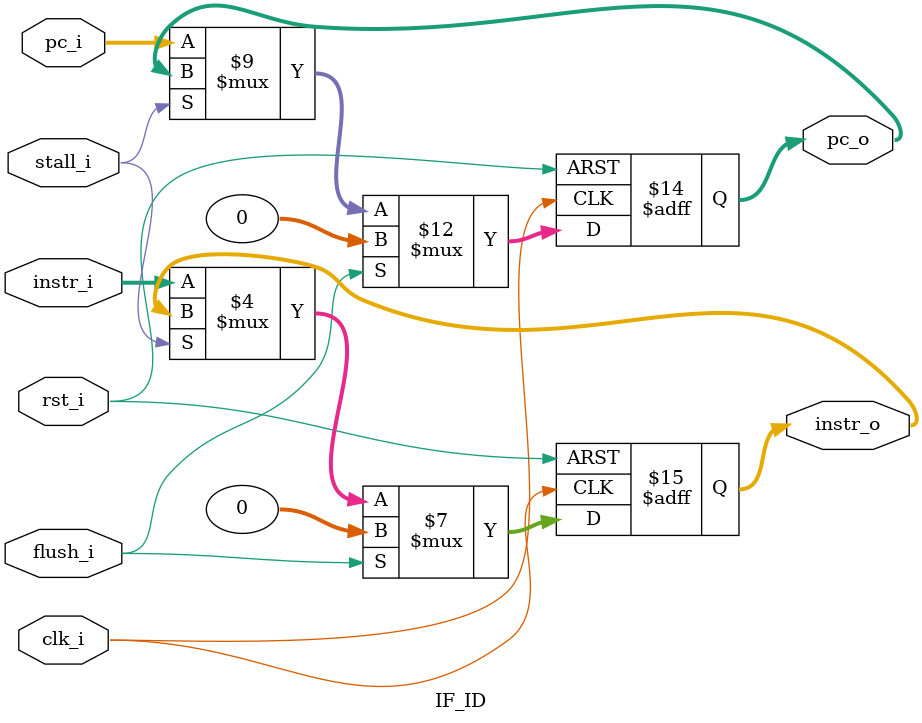
<source format=v>
module IF_ID (
    input clk_i,
    input rst_i,
    input stall_i,
    input flush_i,
    input [31:0] pc_i,
    input [31:0] instr_i,
    output reg [31:0] pc_o,
    output reg [31:0] instr_o
);
    always @(posedge clk_i or negedge rst_i) begin
        if (~rst_i) begin
            instr_o <= 32'b0;
            pc_o <= 32'b0;
        end
        else if (flush_i) begin
            instr_o <= 32'b0;
            pc_o <= 32'b0;
        end
        else if (~stall_i) begin
            pc_o <= pc_i;
            instr_o <= instr_i;
        end
    end
endmodule
</source>
